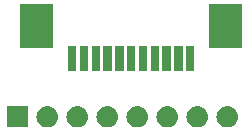
<source format=gts>
G04 #@! TF.GenerationSoftware,KiCad,Pcbnew,(5.0.2)-1*
G04 #@! TF.CreationDate,2019-03-19T11:40:57-04:00*
G04 #@! TF.ProjectId,MotorBreakout,4d6f746f-7242-4726-9561-6b6f75742e6b,rev?*
G04 #@! TF.SameCoordinates,Original*
G04 #@! TF.FileFunction,Soldermask,Top*
G04 #@! TF.FilePolarity,Negative*
%FSLAX46Y46*%
G04 Gerber Fmt 4.6, Leading zero omitted, Abs format (unit mm)*
G04 Created by KiCad (PCBNEW (5.0.2)-1) date 2019-03-19 11:40:57 AM*
%MOMM*%
%LPD*%
G01*
G04 APERTURE LIST*
%ADD10C,0.100000*%
G04 APERTURE END LIST*
D10*
G36*
X139810442Y-85465518D02*
X139876627Y-85472037D01*
X139989853Y-85506384D01*
X140046467Y-85523557D01*
X140185087Y-85597652D01*
X140202991Y-85607222D01*
X140238729Y-85636552D01*
X140340186Y-85719814D01*
X140423448Y-85821271D01*
X140452778Y-85857009D01*
X140452779Y-85857011D01*
X140536443Y-86013533D01*
X140536443Y-86013534D01*
X140587963Y-86183373D01*
X140605359Y-86360000D01*
X140587963Y-86536627D01*
X140553616Y-86649853D01*
X140536443Y-86706467D01*
X140462348Y-86845087D01*
X140452778Y-86862991D01*
X140423448Y-86898729D01*
X140340186Y-87000186D01*
X140238729Y-87083448D01*
X140202991Y-87112778D01*
X140202989Y-87112779D01*
X140046467Y-87196443D01*
X139989853Y-87213616D01*
X139876627Y-87247963D01*
X139810442Y-87254482D01*
X139744260Y-87261000D01*
X139655740Y-87261000D01*
X139589558Y-87254482D01*
X139523373Y-87247963D01*
X139410147Y-87213616D01*
X139353533Y-87196443D01*
X139197011Y-87112779D01*
X139197009Y-87112778D01*
X139161271Y-87083448D01*
X139059814Y-87000186D01*
X138976552Y-86898729D01*
X138947222Y-86862991D01*
X138937652Y-86845087D01*
X138863557Y-86706467D01*
X138846384Y-86649853D01*
X138812037Y-86536627D01*
X138794641Y-86360000D01*
X138812037Y-86183373D01*
X138863557Y-86013534D01*
X138863557Y-86013533D01*
X138947221Y-85857011D01*
X138947222Y-85857009D01*
X138976552Y-85821271D01*
X139059814Y-85719814D01*
X139161271Y-85636552D01*
X139197009Y-85607222D01*
X139214913Y-85597652D01*
X139353533Y-85523557D01*
X139410147Y-85506384D01*
X139523373Y-85472037D01*
X139589558Y-85465518D01*
X139655740Y-85459000D01*
X139744260Y-85459000D01*
X139810442Y-85465518D01*
X139810442Y-85465518D01*
G37*
G36*
X134730442Y-85465518D02*
X134796627Y-85472037D01*
X134909853Y-85506384D01*
X134966467Y-85523557D01*
X135105087Y-85597652D01*
X135122991Y-85607222D01*
X135158729Y-85636552D01*
X135260186Y-85719814D01*
X135343448Y-85821271D01*
X135372778Y-85857009D01*
X135372779Y-85857011D01*
X135456443Y-86013533D01*
X135456443Y-86013534D01*
X135507963Y-86183373D01*
X135525359Y-86360000D01*
X135507963Y-86536627D01*
X135473616Y-86649853D01*
X135456443Y-86706467D01*
X135382348Y-86845087D01*
X135372778Y-86862991D01*
X135343448Y-86898729D01*
X135260186Y-87000186D01*
X135158729Y-87083448D01*
X135122991Y-87112778D01*
X135122989Y-87112779D01*
X134966467Y-87196443D01*
X134909853Y-87213616D01*
X134796627Y-87247963D01*
X134730442Y-87254482D01*
X134664260Y-87261000D01*
X134575740Y-87261000D01*
X134509558Y-87254482D01*
X134443373Y-87247963D01*
X134330147Y-87213616D01*
X134273533Y-87196443D01*
X134117011Y-87112779D01*
X134117009Y-87112778D01*
X134081271Y-87083448D01*
X133979814Y-87000186D01*
X133896552Y-86898729D01*
X133867222Y-86862991D01*
X133857652Y-86845087D01*
X133783557Y-86706467D01*
X133766384Y-86649853D01*
X133732037Y-86536627D01*
X133714641Y-86360000D01*
X133732037Y-86183373D01*
X133783557Y-86013534D01*
X133783557Y-86013533D01*
X133867221Y-85857011D01*
X133867222Y-85857009D01*
X133896552Y-85821271D01*
X133979814Y-85719814D01*
X134081271Y-85636552D01*
X134117009Y-85607222D01*
X134134913Y-85597652D01*
X134273533Y-85523557D01*
X134330147Y-85506384D01*
X134443373Y-85472037D01*
X134509558Y-85465518D01*
X134575740Y-85459000D01*
X134664260Y-85459000D01*
X134730442Y-85465518D01*
X134730442Y-85465518D01*
G37*
G36*
X132190442Y-85465518D02*
X132256627Y-85472037D01*
X132369853Y-85506384D01*
X132426467Y-85523557D01*
X132565087Y-85597652D01*
X132582991Y-85607222D01*
X132618729Y-85636552D01*
X132720186Y-85719814D01*
X132803448Y-85821271D01*
X132832778Y-85857009D01*
X132832779Y-85857011D01*
X132916443Y-86013533D01*
X132916443Y-86013534D01*
X132967963Y-86183373D01*
X132985359Y-86360000D01*
X132967963Y-86536627D01*
X132933616Y-86649853D01*
X132916443Y-86706467D01*
X132842348Y-86845087D01*
X132832778Y-86862991D01*
X132803448Y-86898729D01*
X132720186Y-87000186D01*
X132618729Y-87083448D01*
X132582991Y-87112778D01*
X132582989Y-87112779D01*
X132426467Y-87196443D01*
X132369853Y-87213616D01*
X132256627Y-87247963D01*
X132190442Y-87254482D01*
X132124260Y-87261000D01*
X132035740Y-87261000D01*
X131969558Y-87254482D01*
X131903373Y-87247963D01*
X131790147Y-87213616D01*
X131733533Y-87196443D01*
X131577011Y-87112779D01*
X131577009Y-87112778D01*
X131541271Y-87083448D01*
X131439814Y-87000186D01*
X131356552Y-86898729D01*
X131327222Y-86862991D01*
X131317652Y-86845087D01*
X131243557Y-86706467D01*
X131226384Y-86649853D01*
X131192037Y-86536627D01*
X131174641Y-86360000D01*
X131192037Y-86183373D01*
X131243557Y-86013534D01*
X131243557Y-86013533D01*
X131327221Y-85857011D01*
X131327222Y-85857009D01*
X131356552Y-85821271D01*
X131439814Y-85719814D01*
X131541271Y-85636552D01*
X131577009Y-85607222D01*
X131594913Y-85597652D01*
X131733533Y-85523557D01*
X131790147Y-85506384D01*
X131903373Y-85472037D01*
X131969558Y-85465518D01*
X132035740Y-85459000D01*
X132124260Y-85459000D01*
X132190442Y-85465518D01*
X132190442Y-85465518D01*
G37*
G36*
X129650442Y-85465518D02*
X129716627Y-85472037D01*
X129829853Y-85506384D01*
X129886467Y-85523557D01*
X130025087Y-85597652D01*
X130042991Y-85607222D01*
X130078729Y-85636552D01*
X130180186Y-85719814D01*
X130263448Y-85821271D01*
X130292778Y-85857009D01*
X130292779Y-85857011D01*
X130376443Y-86013533D01*
X130376443Y-86013534D01*
X130427963Y-86183373D01*
X130445359Y-86360000D01*
X130427963Y-86536627D01*
X130393616Y-86649853D01*
X130376443Y-86706467D01*
X130302348Y-86845087D01*
X130292778Y-86862991D01*
X130263448Y-86898729D01*
X130180186Y-87000186D01*
X130078729Y-87083448D01*
X130042991Y-87112778D01*
X130042989Y-87112779D01*
X129886467Y-87196443D01*
X129829853Y-87213616D01*
X129716627Y-87247963D01*
X129650442Y-87254482D01*
X129584260Y-87261000D01*
X129495740Y-87261000D01*
X129429558Y-87254482D01*
X129363373Y-87247963D01*
X129250147Y-87213616D01*
X129193533Y-87196443D01*
X129037011Y-87112779D01*
X129037009Y-87112778D01*
X129001271Y-87083448D01*
X128899814Y-87000186D01*
X128816552Y-86898729D01*
X128787222Y-86862991D01*
X128777652Y-86845087D01*
X128703557Y-86706467D01*
X128686384Y-86649853D01*
X128652037Y-86536627D01*
X128634641Y-86360000D01*
X128652037Y-86183373D01*
X128703557Y-86013534D01*
X128703557Y-86013533D01*
X128787221Y-85857011D01*
X128787222Y-85857009D01*
X128816552Y-85821271D01*
X128899814Y-85719814D01*
X129001271Y-85636552D01*
X129037009Y-85607222D01*
X129054913Y-85597652D01*
X129193533Y-85523557D01*
X129250147Y-85506384D01*
X129363373Y-85472037D01*
X129429558Y-85465518D01*
X129495740Y-85459000D01*
X129584260Y-85459000D01*
X129650442Y-85465518D01*
X129650442Y-85465518D01*
G37*
G36*
X127110442Y-85465518D02*
X127176627Y-85472037D01*
X127289853Y-85506384D01*
X127346467Y-85523557D01*
X127485087Y-85597652D01*
X127502991Y-85607222D01*
X127538729Y-85636552D01*
X127640186Y-85719814D01*
X127723448Y-85821271D01*
X127752778Y-85857009D01*
X127752779Y-85857011D01*
X127836443Y-86013533D01*
X127836443Y-86013534D01*
X127887963Y-86183373D01*
X127905359Y-86360000D01*
X127887963Y-86536627D01*
X127853616Y-86649853D01*
X127836443Y-86706467D01*
X127762348Y-86845087D01*
X127752778Y-86862991D01*
X127723448Y-86898729D01*
X127640186Y-87000186D01*
X127538729Y-87083448D01*
X127502991Y-87112778D01*
X127502989Y-87112779D01*
X127346467Y-87196443D01*
X127289853Y-87213616D01*
X127176627Y-87247963D01*
X127110442Y-87254482D01*
X127044260Y-87261000D01*
X126955740Y-87261000D01*
X126889558Y-87254482D01*
X126823373Y-87247963D01*
X126710147Y-87213616D01*
X126653533Y-87196443D01*
X126497011Y-87112779D01*
X126497009Y-87112778D01*
X126461271Y-87083448D01*
X126359814Y-87000186D01*
X126276552Y-86898729D01*
X126247222Y-86862991D01*
X126237652Y-86845087D01*
X126163557Y-86706467D01*
X126146384Y-86649853D01*
X126112037Y-86536627D01*
X126094641Y-86360000D01*
X126112037Y-86183373D01*
X126163557Y-86013534D01*
X126163557Y-86013533D01*
X126247221Y-85857011D01*
X126247222Y-85857009D01*
X126276552Y-85821271D01*
X126359814Y-85719814D01*
X126461271Y-85636552D01*
X126497009Y-85607222D01*
X126514913Y-85597652D01*
X126653533Y-85523557D01*
X126710147Y-85506384D01*
X126823373Y-85472037D01*
X126889558Y-85465518D01*
X126955740Y-85459000D01*
X127044260Y-85459000D01*
X127110442Y-85465518D01*
X127110442Y-85465518D01*
G37*
G36*
X124570442Y-85465518D02*
X124636627Y-85472037D01*
X124749853Y-85506384D01*
X124806467Y-85523557D01*
X124945087Y-85597652D01*
X124962991Y-85607222D01*
X124998729Y-85636552D01*
X125100186Y-85719814D01*
X125183448Y-85821271D01*
X125212778Y-85857009D01*
X125212779Y-85857011D01*
X125296443Y-86013533D01*
X125296443Y-86013534D01*
X125347963Y-86183373D01*
X125365359Y-86360000D01*
X125347963Y-86536627D01*
X125313616Y-86649853D01*
X125296443Y-86706467D01*
X125222348Y-86845087D01*
X125212778Y-86862991D01*
X125183448Y-86898729D01*
X125100186Y-87000186D01*
X124998729Y-87083448D01*
X124962991Y-87112778D01*
X124962989Y-87112779D01*
X124806467Y-87196443D01*
X124749853Y-87213616D01*
X124636627Y-87247963D01*
X124570442Y-87254482D01*
X124504260Y-87261000D01*
X124415740Y-87261000D01*
X124349558Y-87254482D01*
X124283373Y-87247963D01*
X124170147Y-87213616D01*
X124113533Y-87196443D01*
X123957011Y-87112779D01*
X123957009Y-87112778D01*
X123921271Y-87083448D01*
X123819814Y-87000186D01*
X123736552Y-86898729D01*
X123707222Y-86862991D01*
X123697652Y-86845087D01*
X123623557Y-86706467D01*
X123606384Y-86649853D01*
X123572037Y-86536627D01*
X123554641Y-86360000D01*
X123572037Y-86183373D01*
X123623557Y-86013534D01*
X123623557Y-86013533D01*
X123707221Y-85857011D01*
X123707222Y-85857009D01*
X123736552Y-85821271D01*
X123819814Y-85719814D01*
X123921271Y-85636552D01*
X123957009Y-85607222D01*
X123974913Y-85597652D01*
X124113533Y-85523557D01*
X124170147Y-85506384D01*
X124283373Y-85472037D01*
X124349558Y-85465518D01*
X124415740Y-85459000D01*
X124504260Y-85459000D01*
X124570442Y-85465518D01*
X124570442Y-85465518D01*
G37*
G36*
X122821000Y-87261000D02*
X121019000Y-87261000D01*
X121019000Y-85459000D01*
X122821000Y-85459000D01*
X122821000Y-87261000D01*
X122821000Y-87261000D01*
G37*
G36*
X137270442Y-85465518D02*
X137336627Y-85472037D01*
X137449853Y-85506384D01*
X137506467Y-85523557D01*
X137645087Y-85597652D01*
X137662991Y-85607222D01*
X137698729Y-85636552D01*
X137800186Y-85719814D01*
X137883448Y-85821271D01*
X137912778Y-85857009D01*
X137912779Y-85857011D01*
X137996443Y-86013533D01*
X137996443Y-86013534D01*
X138047963Y-86183373D01*
X138065359Y-86360000D01*
X138047963Y-86536627D01*
X138013616Y-86649853D01*
X137996443Y-86706467D01*
X137922348Y-86845087D01*
X137912778Y-86862991D01*
X137883448Y-86898729D01*
X137800186Y-87000186D01*
X137698729Y-87083448D01*
X137662991Y-87112778D01*
X137662989Y-87112779D01*
X137506467Y-87196443D01*
X137449853Y-87213616D01*
X137336627Y-87247963D01*
X137270442Y-87254482D01*
X137204260Y-87261000D01*
X137115740Y-87261000D01*
X137049558Y-87254482D01*
X136983373Y-87247963D01*
X136870147Y-87213616D01*
X136813533Y-87196443D01*
X136657011Y-87112779D01*
X136657009Y-87112778D01*
X136621271Y-87083448D01*
X136519814Y-87000186D01*
X136436552Y-86898729D01*
X136407222Y-86862991D01*
X136397652Y-86845087D01*
X136323557Y-86706467D01*
X136306384Y-86649853D01*
X136272037Y-86536627D01*
X136254641Y-86360000D01*
X136272037Y-86183373D01*
X136323557Y-86013534D01*
X136323557Y-86013533D01*
X136407221Y-85857011D01*
X136407222Y-85857009D01*
X136436552Y-85821271D01*
X136519814Y-85719814D01*
X136621271Y-85636552D01*
X136657009Y-85607222D01*
X136674913Y-85597652D01*
X136813533Y-85523557D01*
X136870147Y-85506384D01*
X136983373Y-85472037D01*
X137049558Y-85465518D01*
X137115740Y-85459000D01*
X137204260Y-85459000D01*
X137270442Y-85465518D01*
X137270442Y-85465518D01*
G37*
G36*
X126932563Y-82522781D02*
X126220563Y-82522781D01*
X126220563Y-80420781D01*
X126932563Y-80420781D01*
X126932563Y-82522781D01*
X126932563Y-82522781D01*
G37*
G36*
X133932563Y-82522781D02*
X133220563Y-82522781D01*
X133220563Y-80420781D01*
X133932563Y-80420781D01*
X133932563Y-82522781D01*
X133932563Y-82522781D01*
G37*
G36*
X134932563Y-82522781D02*
X134220563Y-82522781D01*
X134220563Y-80420781D01*
X134932563Y-80420781D01*
X134932563Y-82522781D01*
X134932563Y-82522781D01*
G37*
G36*
X135932563Y-82522781D02*
X135220563Y-82522781D01*
X135220563Y-80420781D01*
X135932563Y-80420781D01*
X135932563Y-82522781D01*
X135932563Y-82522781D01*
G37*
G36*
X131932563Y-82522781D02*
X131220563Y-82522781D01*
X131220563Y-80420781D01*
X131932563Y-80420781D01*
X131932563Y-82522781D01*
X131932563Y-82522781D01*
G37*
G36*
X130932563Y-82522781D02*
X130220563Y-82522781D01*
X130220563Y-80420781D01*
X130932563Y-80420781D01*
X130932563Y-82522781D01*
X130932563Y-82522781D01*
G37*
G36*
X129932563Y-82522781D02*
X129220563Y-82522781D01*
X129220563Y-80420781D01*
X129932563Y-80420781D01*
X129932563Y-82522781D01*
X129932563Y-82522781D01*
G37*
G36*
X128932563Y-82522781D02*
X128220563Y-82522781D01*
X128220563Y-80420781D01*
X128932563Y-80420781D01*
X128932563Y-82522781D01*
X128932563Y-82522781D01*
G37*
G36*
X127932563Y-82522781D02*
X127220563Y-82522781D01*
X127220563Y-80420781D01*
X127932563Y-80420781D01*
X127932563Y-82522781D01*
X127932563Y-82522781D01*
G37*
G36*
X136932563Y-82522781D02*
X136220563Y-82522781D01*
X136220563Y-80420781D01*
X136932563Y-80420781D01*
X136932563Y-82522781D01*
X136932563Y-82522781D01*
G37*
G36*
X132932563Y-82522781D02*
X132220563Y-82522781D01*
X132220563Y-80420781D01*
X132932563Y-80420781D01*
X132932563Y-82522781D01*
X132932563Y-82522781D01*
G37*
G36*
X124977563Y-80522781D02*
X122195563Y-80522781D01*
X122195563Y-76820781D01*
X124977563Y-76820781D01*
X124977563Y-80522781D01*
X124977563Y-80522781D01*
G37*
G36*
X140957563Y-80522781D02*
X138175563Y-80522781D01*
X138175563Y-76820781D01*
X140957563Y-76820781D01*
X140957563Y-80522781D01*
X140957563Y-80522781D01*
G37*
M02*

</source>
